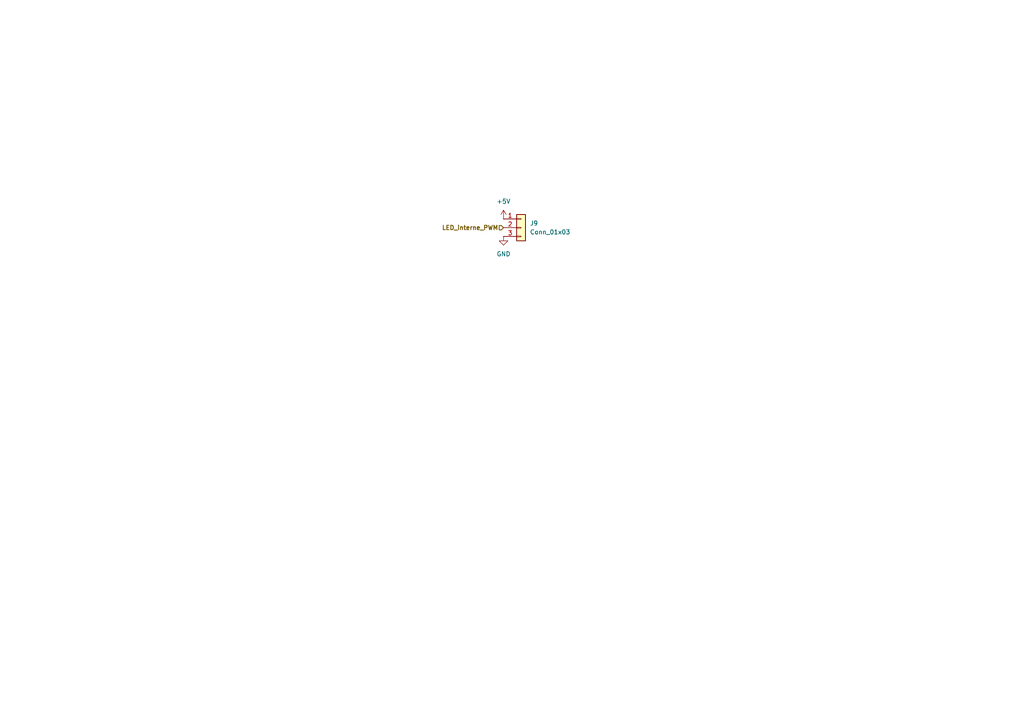
<source format=kicad_sch>
(kicad_sch (version 20250114) (generator "eeschema") (generator_version "9.0")
  (paper "A4")
  (lib_symbols
    (symbol "Connector_Generic:Conn_01x03" (pin_names (offset 1.016) (hide yes))
      (property "Reference" "J" (at 0 5.08 0))
      (property "Value" "Conn_01x03" (at 0 -5.08 0))
      (symbol "Conn_01x03_1_1"
        (rectangle (start -1.27 3.81) (end 1.27 -3.81) (stroke (width 0.254)) (fill (type background)))
        (rectangle (start -1.27 2.667) (end 0 2.413) (stroke (width 0.1524)))
        (rectangle (start -1.27 0.127) (end 0 -0.127) (stroke (width 0.1524)))
        (rectangle (start -1.27 -2.413) (end 0 -2.667) (stroke (width 0.1524)))
        (pin passive line (at -5.08 2.54 0) (length 3.81) (name "Pin_1") (number "1"))
        (pin passive line (at -5.08 0 0) (length 3.81) (name "Pin_2") (number "2"))
        (pin passive line (at -5.08 -2.54 0) (length 3.81) (name "Pin_3") (number "3"))
      )
    )
    (symbol "power:+5V" (power) (pin_numbers (hide yes)) (pin_names (offset 0) (hide yes))
      (property "Value" "+5V" (at 0 3.556 0))
      (symbol "+5V_0_1"
        (polyline (pts (xy -0.762 1.27) (xy 0 2.54)))
        (polyline (pts (xy 0 2.54) (xy 0.762 1.27)))
        (polyline (pts (xy 0 0) (xy 0 2.54)))
      )
      (symbol "+5V_1_1"
        (pin power_in line (at 0 0 90) (length 0) (name "~") (number "1"))
      )
    )
    (symbol "power:GND" (power) (pin_numbers (hide yes)) (pin_names (offset 0) (hide yes))
      (property "Value" "GND" (at 0 -3.81 0))
      (symbol "GND_0_1"
        (polyline (pts (xy 0 0) (xy 0 -1.27) (xy 1.27 -1.27) (xy 0 -2.54) (xy -1.27 -1.27) (xy 0 -1.27)))
      )
      (symbol "GND_1_1"
        (pin power_in line (at 0 0 270) (length 0) (name "~") (number "1"))
      )
    )
  )
  (hierarchical_label "LED_interne_PWM" (shape input) (at 146.05 66.04 180) (effects (font (thickness 0.254) (bold yes))))
  (symbol (lib_id "power:GND") (at 146.05 68.58 0) (unit 1)
    (property "Reference" "#PWR019" (effects (hide yes)))
    (property "Value" "GND" (at 146.05 73.66 0))
    (property "Description" "Power symbol creates a global label with name \"GND\" , ground" (effects (hide yes)))
  )
  (symbol (lib_id "power:+5V") (at 146.05 63.5 0) (unit 1)
    (property "Reference" "#PWR018" (effects (hide yes)))
    (property "Value" "+5V" (at 146.05 58.42 0))
    (property "Description" "Power symbol creates a global label with name \"+5V\"" (effects (hide yes)))
  )
  (symbol (lib_id "Connector_Generic:Conn_01x03") (at 151.13 66.04 0) (unit 1)
    (property "Reference" "J9" (at 153.67 64.7699 0) (effects (justify left)))
    (property "Value" "Conn_01x03" (at 153.67 67.3099 0) (effects (justify left)))
    (property "Description" "Generic connector, single row, 01x03, script generated (kicad-library-utils/schlib/autogen/connector/)" (effects (hide yes)))
  )
)
</source>
